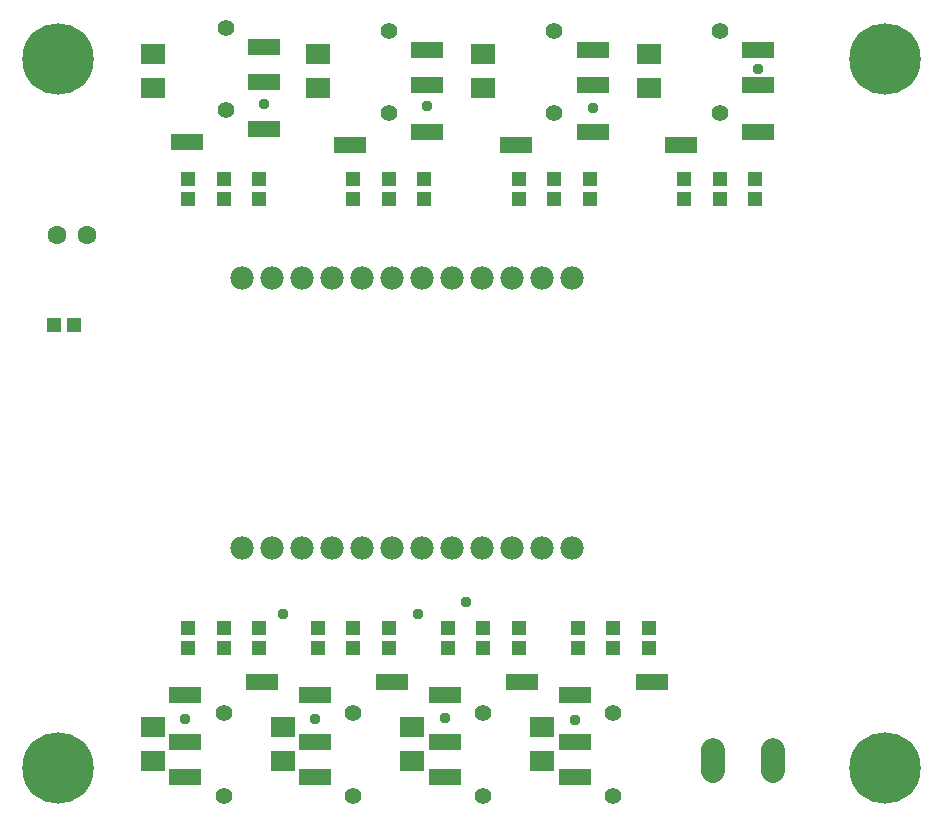
<source format=gbr>
G04 EAGLE Gerber RS-274X export*
G75*
%MOMM*%
%FSLAX34Y34*%
%LPD*%
%INSoldermask Top*%
%IPPOS*%
%AMOC8*
5,1,8,0,0,1.08239X$1,22.5*%
G01*
%ADD10C,1.603200*%
%ADD11R,1.203200X1.303200*%
%ADD12C,1.983200*%
%ADD13C,6.045200*%
%ADD14R,2.703200X1.403200*%
%ADD15C,1.403200*%
%ADD16R,1.303200X1.203200*%
%ADD17R,2.006200X1.803200*%
%ADD18C,1.993900*%
%ADD19C,0.959600*%


D10*
X49300Y501000D03*
X74700Y501000D03*
D11*
X46500Y425000D03*
X63500Y425000D03*
X220000Y548500D03*
X220000Y531500D03*
D12*
X484900Y236100D03*
X459500Y236100D03*
X434100Y236100D03*
X408700Y236100D03*
X383300Y236100D03*
X357900Y236100D03*
X332500Y236100D03*
X307100Y236100D03*
X281700Y236100D03*
X256300Y236100D03*
X230900Y236100D03*
X205500Y236100D03*
X484900Y464700D03*
X459500Y464700D03*
X434100Y464700D03*
X408700Y464700D03*
X383300Y464700D03*
X357900Y464700D03*
X332500Y464700D03*
X307100Y464700D03*
X281700Y464700D03*
X256300Y464700D03*
X230900Y464700D03*
X205500Y464700D03*
D13*
X50000Y50000D03*
X50000Y650000D03*
X750000Y50000D03*
X750000Y650000D03*
D14*
X224430Y590540D03*
X159430Y579540D03*
X224430Y630540D03*
X224430Y660540D03*
D15*
X191930Y676540D03*
X191930Y606540D03*
D14*
X362500Y588000D03*
X297500Y577000D03*
X362500Y628000D03*
X362500Y658000D03*
D15*
X330000Y674000D03*
X330000Y604000D03*
D14*
X502500Y588000D03*
X437500Y577000D03*
X502500Y628000D03*
X502500Y658000D03*
D15*
X470000Y674000D03*
X470000Y604000D03*
D14*
X642500Y588000D03*
X577500Y577000D03*
X642500Y628000D03*
X642500Y658000D03*
D15*
X610000Y674000D03*
X610000Y604000D03*
D14*
X157500Y112000D03*
X222500Y123000D03*
X157500Y72000D03*
X157500Y42000D03*
D15*
X190000Y26000D03*
X190000Y96000D03*
D14*
X267500Y112000D03*
X332500Y123000D03*
X267500Y72000D03*
X267500Y42000D03*
D15*
X300000Y26000D03*
X300000Y96000D03*
D14*
X377500Y112000D03*
X442500Y123000D03*
X377500Y72000D03*
X377500Y42000D03*
D15*
X410000Y26000D03*
X410000Y96000D03*
D14*
X487500Y112000D03*
X552500Y123000D03*
X487500Y72000D03*
X487500Y42000D03*
D15*
X520000Y26000D03*
X520000Y96000D03*
D16*
X190000Y531500D03*
X190000Y548500D03*
X160000Y548500D03*
X160000Y531500D03*
D17*
X130000Y654220D03*
X130000Y625780D03*
D11*
X360000Y548500D03*
X360000Y531500D03*
D16*
X330000Y531500D03*
X330000Y548500D03*
X300000Y548500D03*
X300000Y531500D03*
D17*
X270000Y654220D03*
X270000Y625780D03*
D11*
X500000Y548500D03*
X500000Y531500D03*
D16*
X470000Y531500D03*
X470000Y548500D03*
X440000Y548500D03*
X440000Y531500D03*
D17*
X410000Y654220D03*
X410000Y625780D03*
D11*
X640000Y548500D03*
X640000Y531500D03*
D16*
X610000Y531500D03*
X610000Y548500D03*
X580000Y548500D03*
X580000Y531500D03*
D17*
X550000Y654220D03*
X550000Y625780D03*
D11*
X220000Y151500D03*
X220000Y168500D03*
D16*
X190000Y168500D03*
X190000Y151500D03*
X160000Y151500D03*
X160000Y168500D03*
D17*
X130000Y55780D03*
X130000Y84220D03*
D11*
X330000Y151500D03*
X330000Y168500D03*
D16*
X300000Y168500D03*
X300000Y151500D03*
X270000Y151500D03*
X270000Y168500D03*
D17*
X240000Y55780D03*
X240000Y84220D03*
D11*
X440000Y151500D03*
X440000Y168500D03*
D16*
X410000Y168500D03*
X410000Y151500D03*
X380000Y151500D03*
X380000Y168500D03*
D17*
X350000Y55780D03*
X350000Y84220D03*
D11*
X550000Y151500D03*
X550000Y168500D03*
D16*
X520000Y168500D03*
X520000Y151500D03*
X490000Y151500D03*
X490000Y168500D03*
D17*
X460000Y55780D03*
X460000Y84220D03*
D18*
X655400Y65304D02*
X655400Y47397D01*
X604600Y47397D02*
X604600Y65304D01*
D19*
X28000Y650000D03*
X34472Y665405D03*
X49941Y671722D03*
X65346Y665251D03*
X71663Y649781D03*
X65191Y634376D03*
X49722Y628059D03*
X34317Y634531D03*
X728000Y50000D03*
X734472Y65405D03*
X749941Y71722D03*
X765346Y65251D03*
X771663Y49781D03*
X765191Y34376D03*
X749722Y28059D03*
X734317Y34531D03*
X28000Y50000D03*
X34472Y65405D03*
X49941Y71722D03*
X65346Y65251D03*
X71663Y49781D03*
X65191Y34376D03*
X49722Y28059D03*
X34317Y34531D03*
X728000Y650000D03*
X734472Y665405D03*
X749941Y671722D03*
X765346Y665251D03*
X771663Y649781D03*
X765191Y634376D03*
X749722Y628059D03*
X734317Y634531D03*
X240000Y180000D03*
X355000Y180000D03*
X395000Y190000D03*
X224430Y612000D03*
X362500Y610000D03*
X502500Y609000D03*
X642500Y642000D03*
X157500Y91000D03*
X267500Y91000D03*
X377500Y92000D03*
X487500Y90000D03*
M02*

</source>
